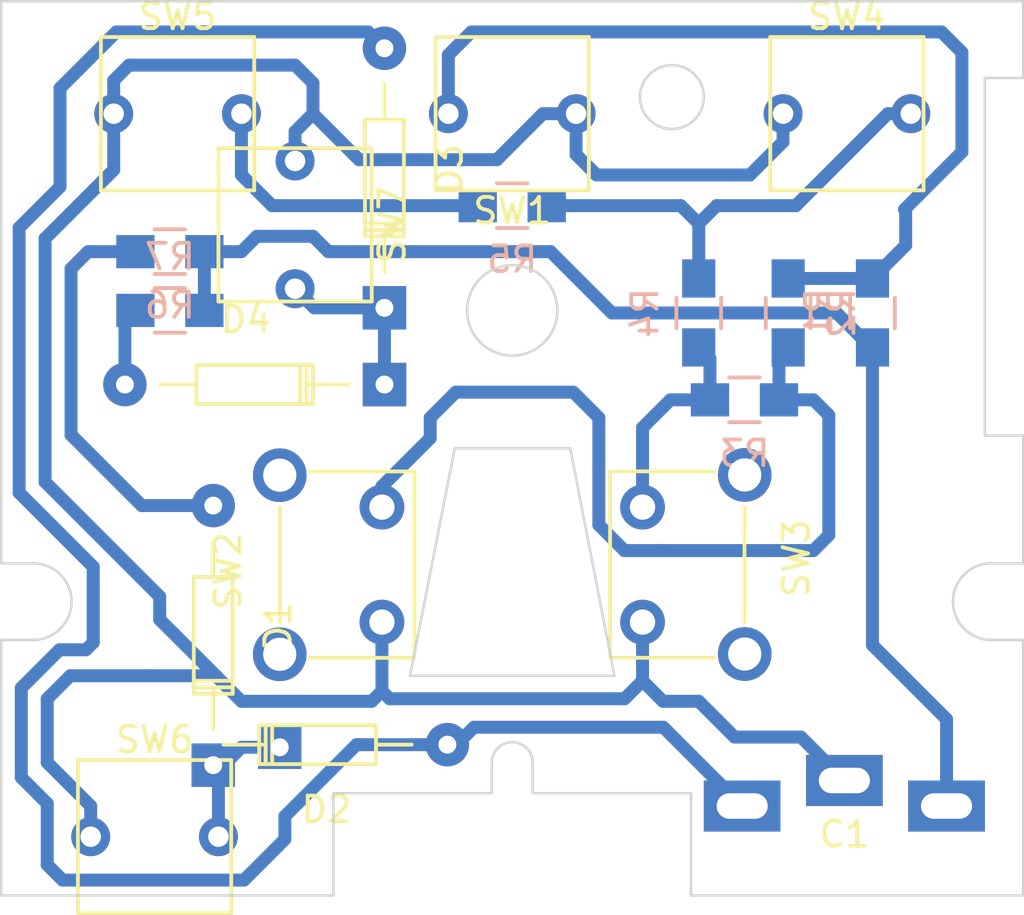
<source format=kicad_pcb>
(kicad_pcb (version 4) (host pcbnew 4.0.4-stable)

  (general
    (links 27)
    (no_connects 0)
    (area 157.547709 85.517 197.660001 123.983)
    (thickness 1.6)
    (drawings 33)
    (tracks 145)
    (zones 0)
    (modules 19)
    (nets 13)
  )

  (page A4)
  (layers
    (0 F.Cu signal)
    (31 B.Cu signal)
    (38 B.Mask user)
    (39 F.Mask user)
    (44 Edge.Cuts user)
  )

  (setup
    (last_trace_width 0.508)
    (user_trace_width 0.508)
    (trace_clearance 0.508)
    (zone_clearance 0.508)
    (zone_45_only no)
    (trace_min 0.254)
    (segment_width 0.2)
    (edge_width 0.1)
    (via_size 1.5)
    (via_drill 0.8)
    (via_min_size 1.5)
    (via_min_drill 0.8)
    (uvia_size 0.3)
    (uvia_drill 0.1)
    (uvias_allowed no)
    (uvia_min_size 0)
    (uvia_min_drill 0)
    (pcb_text_width 0.3)
    (pcb_text_size 1.5 1.5)
    (mod_edge_width 0.15)
    (mod_text_size 1 1)
    (mod_text_width 0.15)
    (pad_size 1.75 1.75)
    (pad_drill 0.99)
    (pad_to_mask_clearance 0)
    (aux_axis_origin 157.61 86.2)
    (visible_elements FFFFFF7F)
    (pcbplotparams
      (layerselection 0x01000_80000001)
      (usegerberextensions true)
      (usegerberattributes true)
      (excludeedgelayer true)
      (linewidth 0.100000)
      (plotframeref false)
      (viasonmask false)
      (mode 1)
      (useauxorigin false)
      (hpglpennumber 1)
      (hpglpenspeed 20)
      (hpglpendiameter 15)
      (hpglpenoverlay 2)
      (psnegative false)
      (psa4output false)
      (plotreference false)
      (plotvalue false)
      (plotinvisibletext false)
      (padsonsilk false)
      (subtractmaskfromsilk true)
      (outputformat 1)
      (mirror false)
      (drillshape 0)
      (scaleselection 1)
      (outputdirectory Gerbers3/))
  )

  (net 0 "")
  (net 1 "Net-(C1-Pad1)")
  (net 2 "Net-(C1-Pad3)")
  (net 3 "Net-(C1-Pad2)")
  (net 4 "Net-(D1-Pad1)")
  (net 5 "Net-(R1-Pad1)")
  (net 6 "Net-(R2-Pad1)")
  (net 7 "Net-(R3-Pad1)")
  (net 8 "Net-(R4-Pad1)")
  (net 9 "Net-(D1-Pad2)")
  (net 10 "Net-(D3-Pad1)")
  (net 11 "Net-(D4-Pad2)")
  (net 12 "Net-(R5-Pad1)")

  (net_class Default "This is the default net class."
    (clearance 0.508)
    (trace_width 0.508)
    (via_dia 1.5)
    (via_drill 0.8)
    (uvia_dia 0.3)
    (uvia_drill 0.1)
    (add_net "Net-(C1-Pad2)")
    (add_net "Net-(C1-Pad3)")
    (add_net "Net-(D1-Pad1)")
    (add_net "Net-(D1-Pad2)")
    (add_net "Net-(D3-Pad1)")
    (add_net "Net-(D4-Pad2)")
    (add_net "Net-(R1-Pad1)")
    (add_net "Net-(R2-Pad1)")
    (add_net "Net-(R3-Pad1)")
    (add_net "Net-(R4-Pad1)")
    (add_net "Net-(R5-Pad1)")
  )

  (net_class mio ""
    (clearance 0)
    (trace_width 0.508)
    (via_dia 1.5)
    (via_drill 0.8)
    (uvia_dia 0.3)
    (uvia_drill 0.1)
    (add_net "Net-(C1-Pad1)")
  )

  (module Diodes_ThroughHole:Diode_DO-35_SOD27_Horizontal_RM10 (layer F.Cu) (tedit 57F90B6A) (tstamp 57B84F91)
    (at 164.91 115.3)
    (descr "Diode, DO-35,  SOD27, Horizontal, RM 10mm")
    (tags "Diode, DO-35, SOD27, Horizontal, RM 10mm, 1N4148,")
    (path /57A74BED)
    (fp_text reference D2 (at 5.43052 2.53746) (layer F.SilkS)
      (effects (font (size 1 1) (thickness 0.15)))
    )
    (fp_text value 1N5818 (at 4.41452 -3.55854) (layer F.Fab)
      (effects (font (size 1 1) (thickness 0.15)))
    )
    (fp_line (start 7.36652 -0.00254) (end 8.76352 -0.00254) (layer F.SilkS) (width 0.15))
    (fp_line (start 2.92152 -0.00254) (end 1.39752 -0.00254) (layer F.SilkS) (width 0.15))
    (fp_line (start 3.30252 -0.76454) (end 3.30252 0.75946) (layer F.SilkS) (width 0.15))
    (fp_line (start 3.04852 -0.76454) (end 3.04852 0.75946) (layer F.SilkS) (width 0.15))
    (fp_line (start 2.79452 -0.00254) (end 2.79452 0.75946) (layer F.SilkS) (width 0.15))
    (fp_line (start 2.79452 0.75946) (end 7.36652 0.75946) (layer F.SilkS) (width 0.15))
    (fp_line (start 7.36652 0.75946) (end 7.36652 -0.76454) (layer F.SilkS) (width 0.15))
    (fp_line (start 7.36652 -0.76454) (end 2.79452 -0.76454) (layer F.SilkS) (width 0.15))
    (fp_line (start 2.79452 -0.76454) (end 2.79452 -0.00254) (layer F.SilkS) (width 0.15))
    (pad 2 thru_hole circle (at 10.16052 -0.00254 180) (size 1.69926 1.69926) (drill 0.70104) (layers *.Cu *.Mask)
      (net 2 "Net-(C1-Pad3)"))
    (pad 1 thru_hole rect (at 3.6 0.1 180) (size 1.69926 1.69926) (drill 0.70104) (layers *.Cu *.Mask)
      (net 4 "Net-(D1-Pad1)"))
    (model Diodes_ThroughHole.3dshapes/Diode_DO-35_SOD27_Horizontal_RM10.wrl
      (at (xyz 0.2 0 0))
      (scale (xyz 0.4 0.4 0.4))
      (rotate (xyz 0 0 180))
    )
  )

  (module MiLib:FordConn locked (layer F.Cu) (tedit 57B62B50) (tstamp 57B84F73)
    (at 190.61 116.7)
    (path /57B65928)
    (fp_text reference C1 (at 0 2.1) (layer F.SilkS)
      (effects (font (size 1 1) (thickness 0.15)))
    )
    (fp_text value FordConn (at 0 -1.9) (layer F.Fab)
      (effects (font (size 1 1) (thickness 0.15)))
    )
    (pad 1 thru_hole rect (at 4 1) (size 3 2) (drill oval 2 1) (layers *.Cu *.Mask)
      (net 1 "Net-(C1-Pad1)"))
    (pad 3 thru_hole rect (at -4 1) (size 3 2) (drill oval 2 1) (layers *.Cu *.Mask)
      (net 2 "Net-(C1-Pad3)"))
    (pad 2 thru_hole rect (at 0 0) (size 3 2) (drill oval 2 1) (layers *.Cu *.Mask)
      (net 3 "Net-(C1-Pad2)"))
  )

  (module Diodes_ThroughHole:Diode_DO-35_SOD27_Horizontal_RM10 (layer F.Cu) (tedit 57B9DED2) (tstamp 57B84F82)
    (at 165.91 116.1 90)
    (descr "Diode, DO-35,  SOD27, Horizontal, RM 10mm")
    (tags "Diode, DO-35, SOD27, Horizontal, RM 10mm, 1N4148,")
    (path /57A75140)
    (fp_text reference D1 (at 5.43052 2.53746 90) (layer F.SilkS)
      (effects (font (size 1 1) (thickness 0.15)))
    )
    (fp_text value 1N5818 (at 4.3 -0.1 90) (layer F.Fab)
      (effects (font (size 1 1) (thickness 0.15)))
    )
    (fp_line (start 7.36652 -0.00254) (end 8.76352 -0.00254) (layer F.SilkS) (width 0.15))
    (fp_line (start 2.92152 -0.00254) (end 1.39752 -0.00254) (layer F.SilkS) (width 0.15))
    (fp_line (start 3.30252 -0.76454) (end 3.30252 0.75946) (layer F.SilkS) (width 0.15))
    (fp_line (start 3.04852 -0.76454) (end 3.04852 0.75946) (layer F.SilkS) (width 0.15))
    (fp_line (start 2.79452 -0.00254) (end 2.79452 0.75946) (layer F.SilkS) (width 0.15))
    (fp_line (start 2.79452 0.75946) (end 7.36652 0.75946) (layer F.SilkS) (width 0.15))
    (fp_line (start 7.36652 0.75946) (end 7.36652 -0.76454) (layer F.SilkS) (width 0.15))
    (fp_line (start 7.36652 -0.76454) (end 2.79452 -0.76454) (layer F.SilkS) (width 0.15))
    (fp_line (start 2.79452 -0.76454) (end 2.79452 -0.00254) (layer F.SilkS) (width 0.15))
    (pad 2 thru_hole circle (at 10.16052 -0.00254 270) (size 1.69926 1.69926) (drill 0.70104) (layers *.Cu *.Mask)
      (net 9 "Net-(D1-Pad2)"))
    (pad 1 thru_hole rect (at 0.00052 -0.00254 270) (size 1.69926 1.69926) (drill 0.70104) (layers *.Cu *.Mask)
      (net 4 "Net-(D1-Pad1)"))
    (model Diodes_ThroughHole.3dshapes/Diode_DO-35_SOD27_Horizontal_RM10.wrl
      (at (xyz 0.2 0 0))
      (scale (xyz 0.4 0.4 0.4))
      (rotate (xyz 0 0 180))
    )
  )

  (module Diodes_ThroughHole:Diode_DO-35_SOD27_Horizontal_RM10 (layer F.Cu) (tedit 552FFC30) (tstamp 57B84FA0)
    (at 172.61 98.2 90)
    (descr "Diode, DO-35,  SOD27, Horizontal, RM 10mm")
    (tags "Diode, DO-35, SOD27, Horizontal, RM 10mm, 1N4148,")
    (path /57B884F2)
    (fp_text reference D3 (at 5.43052 2.53746 90) (layer F.SilkS)
      (effects (font (size 1 1) (thickness 0.15)))
    )
    (fp_text value 1N5818 (at 4.41452 -3.55854 90) (layer F.Fab)
      (effects (font (size 1 1) (thickness 0.15)))
    )
    (fp_line (start 7.36652 -0.00254) (end 8.76352 -0.00254) (layer F.SilkS) (width 0.15))
    (fp_line (start 2.92152 -0.00254) (end 1.39752 -0.00254) (layer F.SilkS) (width 0.15))
    (fp_line (start 3.30252 -0.76454) (end 3.30252 0.75946) (layer F.SilkS) (width 0.15))
    (fp_line (start 3.04852 -0.76454) (end 3.04852 0.75946) (layer F.SilkS) (width 0.15))
    (fp_line (start 2.79452 -0.00254) (end 2.79452 0.75946) (layer F.SilkS) (width 0.15))
    (fp_line (start 2.79452 0.75946) (end 7.36652 0.75946) (layer F.SilkS) (width 0.15))
    (fp_line (start 7.36652 0.75946) (end 7.36652 -0.76454) (layer F.SilkS) (width 0.15))
    (fp_line (start 7.36652 -0.76454) (end 2.79452 -0.76454) (layer F.SilkS) (width 0.15))
    (fp_line (start 2.79452 -0.76454) (end 2.79452 -0.00254) (layer F.SilkS) (width 0.15))
    (pad 2 thru_hole circle (at 10.16052 -0.00254 270) (size 1.69926 1.69926) (drill 0.70104) (layers *.Cu *.Mask)
      (net 2 "Net-(C1-Pad3)"))
    (pad 1 thru_hole rect (at 0.00052 -0.00254 270) (size 1.69926 1.69926) (drill 0.70104) (layers *.Cu *.Mask)
      (net 10 "Net-(D3-Pad1)"))
    (model Diodes_ThroughHole.3dshapes/Diode_DO-35_SOD27_Horizontal_RM10.wrl
      (at (xyz 0.2 0 0))
      (scale (xyz 0.4 0.4 0.4))
      (rotate (xyz 0 0 180))
    )
  )

  (module Diodes_ThroughHole:Diode_DO-35_SOD27_Horizontal_RM10 (layer F.Cu) (tedit 552FFC30) (tstamp 57B84FAF)
    (at 172.61 101.2 180)
    (descr "Diode, DO-35,  SOD27, Horizontal, RM 10mm")
    (tags "Diode, DO-35, SOD27, Horizontal, RM 10mm, 1N4148,")
    (path /57B7D58F)
    (fp_text reference D4 (at 5.43052 2.53746 180) (layer F.SilkS)
      (effects (font (size 1 1) (thickness 0.15)))
    )
    (fp_text value 1N5818 (at 4.41452 -3.55854 180) (layer F.Fab)
      (effects (font (size 1 1) (thickness 0.15)))
    )
    (fp_line (start 7.36652 -0.00254) (end 8.76352 -0.00254) (layer F.SilkS) (width 0.15))
    (fp_line (start 2.92152 -0.00254) (end 1.39752 -0.00254) (layer F.SilkS) (width 0.15))
    (fp_line (start 3.30252 -0.76454) (end 3.30252 0.75946) (layer F.SilkS) (width 0.15))
    (fp_line (start 3.04852 -0.76454) (end 3.04852 0.75946) (layer F.SilkS) (width 0.15))
    (fp_line (start 2.79452 -0.00254) (end 2.79452 0.75946) (layer F.SilkS) (width 0.15))
    (fp_line (start 2.79452 0.75946) (end 7.36652 0.75946) (layer F.SilkS) (width 0.15))
    (fp_line (start 7.36652 0.75946) (end 7.36652 -0.76454) (layer F.SilkS) (width 0.15))
    (fp_line (start 7.36652 -0.76454) (end 2.79452 -0.76454) (layer F.SilkS) (width 0.15))
    (fp_line (start 2.79452 -0.76454) (end 2.79452 -0.00254) (layer F.SilkS) (width 0.15))
    (pad 2 thru_hole circle (at 10.16052 -0.00254) (size 1.69926 1.69926) (drill 0.70104) (layers *.Cu *.Mask)
      (net 11 "Net-(D4-Pad2)"))
    (pad 1 thru_hole rect (at 0.00052 -0.00254) (size 1.69926 1.69926) (drill 0.70104) (layers *.Cu *.Mask)
      (net 10 "Net-(D3-Pad1)"))
    (model Diodes_ThroughHole.3dshapes/Diode_DO-35_SOD27_Horizontal_RM10.wrl
      (at (xyz 0.2 0 0))
      (scale (xyz 0.4 0.4 0.4))
      (rotate (xyz 0 0 180))
    )
  )

  (module Resistors_SMD:R_0805_HandSoldering (layer B.Cu) (tedit 54189DEE) (tstamp 57B84FBB)
    (at 191.71 98.4 270)
    (descr "Resistor SMD 0805, hand soldering")
    (tags "resistor 0805")
    (path /57A73D41)
    (attr smd)
    (fp_text reference R1 (at 0 2.1 270) (layer B.SilkS)
      (effects (font (size 1 1) (thickness 0.15)) (justify mirror))
    )
    (fp_text value R (at 0 -2.1 270) (layer B.Fab)
      (effects (font (size 1 1) (thickness 0.15)) (justify mirror))
    )
    (fp_line (start -2.4 1) (end 2.4 1) (layer B.CrtYd) (width 0.05))
    (fp_line (start -2.4 -1) (end 2.4 -1) (layer B.CrtYd) (width 0.05))
    (fp_line (start -2.4 1) (end -2.4 -1) (layer B.CrtYd) (width 0.05))
    (fp_line (start 2.4 1) (end 2.4 -1) (layer B.CrtYd) (width 0.05))
    (fp_line (start 0.6 -0.875) (end -0.6 -0.875) (layer B.SilkS) (width 0.15))
    (fp_line (start -0.6 0.875) (end 0.6 0.875) (layer B.SilkS) (width 0.15))
    (pad 1 smd rect (at -1.35 0 270) (size 1.5 1.3) (layers B.Cu B.Mask)
      (net 5 "Net-(R1-Pad1)"))
    (pad 2 smd rect (at 1.35 0 270) (size 1.5 1.3) (layers B.Cu B.Mask)
      (net 1 "Net-(C1-Pad1)"))
    (model Resistors_SMD.3dshapes/R_0805_HandSoldering.wrl
      (at (xyz 0 0 0))
      (scale (xyz 1 1 1))
      (rotate (xyz 0 0 0))
    )
  )

  (module Resistors_SMD:R_0805_HandSoldering (layer B.Cu) (tedit 54189DEE) (tstamp 57B84FC7)
    (at 188.41 98.4 90)
    (descr "Resistor SMD 0805, hand soldering")
    (tags "resistor 0805")
    (path /57A7401B)
    (attr smd)
    (fp_text reference R2 (at 0 2.1 90) (layer B.SilkS)
      (effects (font (size 1 1) (thickness 0.15)) (justify mirror))
    )
    (fp_text value R (at 0 -2.1 90) (layer B.Fab)
      (effects (font (size 1 1) (thickness 0.15)) (justify mirror))
    )
    (fp_line (start -2.4 1) (end 2.4 1) (layer B.CrtYd) (width 0.05))
    (fp_line (start -2.4 -1) (end 2.4 -1) (layer B.CrtYd) (width 0.05))
    (fp_line (start -2.4 1) (end -2.4 -1) (layer B.CrtYd) (width 0.05))
    (fp_line (start 2.4 1) (end 2.4 -1) (layer B.CrtYd) (width 0.05))
    (fp_line (start 0.6 -0.875) (end -0.6 -0.875) (layer B.SilkS) (width 0.15))
    (fp_line (start -0.6 0.875) (end 0.6 0.875) (layer B.SilkS) (width 0.15))
    (pad 1 smd rect (at -1.35 0 90) (size 1.5 1.3) (layers B.Cu B.Mask)
      (net 6 "Net-(R2-Pad1)"))
    (pad 2 smd rect (at 1.35 0 90) (size 1.5 1.3) (layers B.Cu B.Mask)
      (net 5 "Net-(R1-Pad1)"))
    (model Resistors_SMD.3dshapes/R_0805_HandSoldering.wrl
      (at (xyz 0 0 0))
      (scale (xyz 1 1 1))
      (rotate (xyz 0 0 0))
    )
  )

  (module Resistors_SMD:R_0805_HandSoldering (layer B.Cu) (tedit 54189DEE) (tstamp 57B84FD3)
    (at 186.7 101.8)
    (descr "Resistor SMD 0805, hand soldering")
    (tags "resistor 0805")
    (path /57A74021)
    (attr smd)
    (fp_text reference R3 (at 0 2.1) (layer B.SilkS)
      (effects (font (size 1 1) (thickness 0.15)) (justify mirror))
    )
    (fp_text value R (at 0 -2.1) (layer B.Fab)
      (effects (font (size 1 1) (thickness 0.15)) (justify mirror))
    )
    (fp_line (start -2.4 1) (end 2.4 1) (layer B.CrtYd) (width 0.05))
    (fp_line (start -2.4 -1) (end 2.4 -1) (layer B.CrtYd) (width 0.05))
    (fp_line (start -2.4 1) (end -2.4 -1) (layer B.CrtYd) (width 0.05))
    (fp_line (start 2.4 1) (end 2.4 -1) (layer B.CrtYd) (width 0.05))
    (fp_line (start 0.6 -0.875) (end -0.6 -0.875) (layer B.SilkS) (width 0.15))
    (fp_line (start -0.6 0.875) (end 0.6 0.875) (layer B.SilkS) (width 0.15))
    (pad 1 smd rect (at -1.35 0) (size 1.5 1.3) (layers B.Cu B.Mask)
      (net 7 "Net-(R3-Pad1)"))
    (pad 2 smd rect (at 1.35 0) (size 1.5 1.3) (layers B.Cu B.Mask)
      (net 6 "Net-(R2-Pad1)"))
    (model Resistors_SMD.3dshapes/R_0805_HandSoldering.wrl
      (at (xyz 0 0 0))
      (scale (xyz 1 1 1))
      (rotate (xyz 0 0 0))
    )
  )

  (module Resistors_SMD:R_0805_HandSoldering (layer B.Cu) (tedit 54189DEE) (tstamp 57B84FDF)
    (at 184.91 98.4 270)
    (descr "Resistor SMD 0805, hand soldering")
    (tags "resistor 0805")
    (path /57A741B3)
    (attr smd)
    (fp_text reference R4 (at 0 2.1 270) (layer B.SilkS)
      (effects (font (size 1 1) (thickness 0.15)) (justify mirror))
    )
    (fp_text value R (at 0 -2.1 270) (layer B.Fab)
      (effects (font (size 1 1) (thickness 0.15)) (justify mirror))
    )
    (fp_line (start -2.4 1) (end 2.4 1) (layer B.CrtYd) (width 0.05))
    (fp_line (start -2.4 -1) (end 2.4 -1) (layer B.CrtYd) (width 0.05))
    (fp_line (start -2.4 1) (end -2.4 -1) (layer B.CrtYd) (width 0.05))
    (fp_line (start 2.4 1) (end 2.4 -1) (layer B.CrtYd) (width 0.05))
    (fp_line (start 0.6 -0.875) (end -0.6 -0.875) (layer B.SilkS) (width 0.15))
    (fp_line (start -0.6 0.875) (end 0.6 0.875) (layer B.SilkS) (width 0.15))
    (pad 1 smd rect (at -1.35 0 270) (size 1.5 1.3) (layers B.Cu B.Mask)
      (net 8 "Net-(R4-Pad1)"))
    (pad 2 smd rect (at 1.35 0 270) (size 1.5 1.3) (layers B.Cu B.Mask)
      (net 7 "Net-(R3-Pad1)"))
    (model Resistors_SMD.3dshapes/R_0805_HandSoldering.wrl
      (at (xyz 0 0 0))
      (scale (xyz 1 1 1))
      (rotate (xyz 0 0 0))
    )
  )

  (module Resistors_SMD:R_0805_HandSoldering (layer B.Cu) (tedit 54189DEE) (tstamp 57B84FEB)
    (at 177.61 94.2)
    (descr "Resistor SMD 0805, hand soldering")
    (tags "resistor 0805")
    (path /57A741B9)
    (attr smd)
    (fp_text reference R5 (at 0 2.1) (layer B.SilkS)
      (effects (font (size 1 1) (thickness 0.15)) (justify mirror))
    )
    (fp_text value R (at 0 -2.1) (layer B.Fab)
      (effects (font (size 1 1) (thickness 0.15)) (justify mirror))
    )
    (fp_line (start -2.4 1) (end 2.4 1) (layer B.CrtYd) (width 0.05))
    (fp_line (start -2.4 -1) (end 2.4 -1) (layer B.CrtYd) (width 0.05))
    (fp_line (start -2.4 1) (end -2.4 -1) (layer B.CrtYd) (width 0.05))
    (fp_line (start 2.4 1) (end 2.4 -1) (layer B.CrtYd) (width 0.05))
    (fp_line (start 0.6 -0.875) (end -0.6 -0.875) (layer B.SilkS) (width 0.15))
    (fp_line (start -0.6 0.875) (end 0.6 0.875) (layer B.SilkS) (width 0.15))
    (pad 1 smd rect (at -1.35 0) (size 1.5 1.3) (layers B.Cu B.Mask)
      (net 12 "Net-(R5-Pad1)"))
    (pad 2 smd rect (at 1.35 0) (size 1.5 1.3) (layers B.Cu B.Mask)
      (net 8 "Net-(R4-Pad1)"))
    (model Resistors_SMD.3dshapes/R_0805_HandSoldering.wrl
      (at (xyz 0 0 0))
      (scale (xyz 1 1 1))
      (rotate (xyz 0 0 0))
    )
  )

  (module Resistors_SMD:R_0805_HandSoldering (layer B.Cu) (tedit 54189DEE) (tstamp 57B84FF7)
    (at 164.21 96)
    (descr "Resistor SMD 0805, hand soldering")
    (tags "resistor 0805")
    (path /57A738CB)
    (attr smd)
    (fp_text reference R6 (at 0 2.1) (layer B.SilkS)
      (effects (font (size 1 1) (thickness 0.15)) (justify mirror))
    )
    (fp_text value R (at 0 -2.1) (layer B.Fab)
      (effects (font (size 1 1) (thickness 0.15)) (justify mirror))
    )
    (fp_line (start -2.4 1) (end 2.4 1) (layer B.CrtYd) (width 0.05))
    (fp_line (start -2.4 -1) (end 2.4 -1) (layer B.CrtYd) (width 0.05))
    (fp_line (start -2.4 1) (end -2.4 -1) (layer B.CrtYd) (width 0.05))
    (fp_line (start 2.4 1) (end 2.4 -1) (layer B.CrtYd) (width 0.05))
    (fp_line (start 0.6 -0.875) (end -0.6 -0.875) (layer B.SilkS) (width 0.15))
    (fp_line (start -0.6 0.875) (end 0.6 0.875) (layer B.SilkS) (width 0.15))
    (pad 1 smd rect (at -1.35 0) (size 1.5 1.3) (layers B.Cu B.Mask)
      (net 9 "Net-(D1-Pad2)"))
    (pad 2 smd rect (at 1.35 0) (size 1.5 1.3) (layers B.Cu B.Mask)
      (net 1 "Net-(C1-Pad1)"))
    (model Resistors_SMD.3dshapes/R_0805_HandSoldering.wrl
      (at (xyz 0 0 0))
      (scale (xyz 1 1 1))
      (rotate (xyz 0 0 0))
    )
  )

  (module Resistors_SMD:R_0805_HandSoldering (layer B.Cu) (tedit 54189DEE) (tstamp 57B85003)
    (at 164.21 98.3 180)
    (descr "Resistor SMD 0805, hand soldering")
    (tags "resistor 0805")
    (path /57B770CF)
    (attr smd)
    (fp_text reference R7 (at 0 2.1 180) (layer B.SilkS)
      (effects (font (size 1 1) (thickness 0.15)) (justify mirror))
    )
    (fp_text value R (at 0 -2.1 180) (layer B.Fab)
      (effects (font (size 1 1) (thickness 0.15)) (justify mirror))
    )
    (fp_line (start -2.4 1) (end 2.4 1) (layer B.CrtYd) (width 0.05))
    (fp_line (start -2.4 -1) (end 2.4 -1) (layer B.CrtYd) (width 0.05))
    (fp_line (start -2.4 1) (end -2.4 -1) (layer B.CrtYd) (width 0.05))
    (fp_line (start 2.4 1) (end 2.4 -1) (layer B.CrtYd) (width 0.05))
    (fp_line (start 0.6 -0.875) (end -0.6 -0.875) (layer B.SilkS) (width 0.15))
    (fp_line (start -0.6 0.875) (end 0.6 0.875) (layer B.SilkS) (width 0.15))
    (pad 1 smd rect (at -1.35 0 180) (size 1.5 1.3) (layers B.Cu B.Mask)
      (net 1 "Net-(C1-Pad1)"))
    (pad 2 smd rect (at 1.35 0 180) (size 1.5 1.3) (layers B.Cu B.Mask)
      (net 11 "Net-(D4-Pad2)"))
    (model Resistors_SMD.3dshapes/R_0805_HandSoldering.wrl
      (at (xyz 0 0 0))
      (scale (xyz 1 1 1))
      (rotate (xyz 0 0 0))
    )
  )

  (module MiLib:FordPushSW locked (layer F.Cu) (tedit 57B74917) (tstamp 57B8500D)
    (at 177.61 90.6)
    (path /57B753CE)
    (fp_text reference SW1 (at 0 3.8) (layer F.SilkS)
      (effects (font (size 1 1) (thickness 0.15)))
    )
    (fp_text value Mode (at 0 -3.7) (layer F.Fab)
      (effects (font (size 1 1) (thickness 0.15)))
    )
    (fp_line (start -3 3) (end -3 -3) (layer F.SilkS) (width 0.15))
    (fp_line (start 3 3) (end -3 3) (layer F.SilkS) (width 0.15))
    (fp_line (start 3 -3) (end 3 3) (layer F.SilkS) (width 0.15))
    (fp_line (start -3 -3) (end 3 -3) (layer F.SilkS) (width 0.15))
    (pad 1 thru_hole circle (at -2.5 0) (size 1.524 1.524) (drill 0.8) (layers *.Cu *.Mask)
      (net 5 "Net-(R1-Pad1)"))
    (pad 2 thru_hole circle (at 2.5 0) (size 1.524 1.524) (drill 0.8) (layers *.Cu *.Mask)
      (net 3 "Net-(C1-Pad2)"))
  )

  (module MiLib:FordPushSW locked (layer F.Cu) (tedit 57B74917) (tstamp 57B85037)
    (at 190.71 90.6 180)
    (path /57B75426)
    (fp_text reference SW4 (at 0 3.8 180) (layer F.SilkS)
      (effects (font (size 1 1) (thickness 0.15)))
    )
    (fp_text value VolUp (at 0 -3.7 180) (layer F.Fab)
      (effects (font (size 1 1) (thickness 0.15)))
    )
    (fp_line (start -3 3) (end -3 -3) (layer F.SilkS) (width 0.15))
    (fp_line (start 3 3) (end -3 3) (layer F.SilkS) (width 0.15))
    (fp_line (start 3 -3) (end 3 3) (layer F.SilkS) (width 0.15))
    (fp_line (start -3 -3) (end 3 -3) (layer F.SilkS) (width 0.15))
    (pad 1 thru_hole circle (at -2.5 0 180) (size 1.524 1.524) (drill 0.8) (layers *.Cu *.Mask)
      (net 8 "Net-(R4-Pad1)"))
    (pad 2 thru_hole circle (at 2.5 0 180) (size 1.524 1.524) (drill 0.8) (layers *.Cu *.Mask)
      (net 3 "Net-(C1-Pad2)"))
  )

  (module MiLib:FordPushSW locked (layer F.Cu) (tedit 57B74917) (tstamp 57B85041)
    (at 164.51 90.6 180)
    (path /57B75305)
    (fp_text reference SW5 (at 0 3.8 180) (layer F.SilkS)
      (effects (font (size 1 1) (thickness 0.15)))
    )
    (fp_text value VolDown (at 0 -3.7 180) (layer F.Fab)
      (effects (font (size 1 1) (thickness 0.15)))
    )
    (fp_line (start -3 3) (end -3 -3) (layer F.SilkS) (width 0.15))
    (fp_line (start 3 3) (end -3 3) (layer F.SilkS) (width 0.15))
    (fp_line (start 3 -3) (end 3 3) (layer F.SilkS) (width 0.15))
    (fp_line (start -3 -3) (end 3 -3) (layer F.SilkS) (width 0.15))
    (pad 1 thru_hole circle (at -2.5 0 180) (size 1.524 1.524) (drill 0.8) (layers *.Cu *.Mask)
      (net 12 "Net-(R5-Pad1)"))
    (pad 2 thru_hole circle (at 2.5 0 180) (size 1.524 1.524) (drill 0.8) (layers *.Cu *.Mask)
      (net 3 "Net-(C1-Pad2)"))
  )

  (module MiLib:FordPushSW (layer F.Cu) (tedit 57B74917) (tstamp 57B8504B)
    (at 163.61 118.9 180)
    (path /57B754C9)
    (fp_text reference SW6 (at 0 3.8 180) (layer F.SilkS)
      (effects (font (size 1 1) (thickness 0.15)))
    )
    (fp_text value PhoneAnswer (at 0 -3.7 180) (layer F.Fab)
      (effects (font (size 1 1) (thickness 0.15)))
    )
    (fp_line (start -3 3) (end -3 -3) (layer F.SilkS) (width 0.15))
    (fp_line (start 3 3) (end -3 3) (layer F.SilkS) (width 0.15))
    (fp_line (start 3 -3) (end 3 3) (layer F.SilkS) (width 0.15))
    (fp_line (start -3 -3) (end 3 -3) (layer F.SilkS) (width 0.15))
    (pad 1 thru_hole circle (at -2.5 0 180) (size 1.524 1.524) (drill 0.8) (layers *.Cu *.Mask)
      (net 4 "Net-(D1-Pad1)"))
    (pad 2 thru_hole circle (at 2.5 0 180) (size 1.524 1.524) (drill 0.8) (layers *.Cu *.Mask)
      (net 3 "Net-(C1-Pad2)"))
  )

  (module MiLib:FordPushSW (layer F.Cu) (tedit 57B74917) (tstamp 57B85055)
    (at 169.11 94.95 90)
    (path /57B7720B)
    (fp_text reference SW7 (at 0 3.8 90) (layer F.SilkS)
      (effects (font (size 1 1) (thickness 0.15)))
    )
    (fp_text value PhoneHang (at 0 -3.7 90) (layer F.Fab)
      (effects (font (size 1 1) (thickness 0.15)))
    )
    (fp_line (start -3 3) (end -3 -3) (layer F.SilkS) (width 0.15))
    (fp_line (start 3 3) (end -3 3) (layer F.SilkS) (width 0.15))
    (fp_line (start 3 -3) (end 3 3) (layer F.SilkS) (width 0.15))
    (fp_line (start -3 -3) (end 3 -3) (layer F.SilkS) (width 0.15))
    (pad 1 thru_hole circle (at -2.5 0 90) (size 1.524 1.524) (drill 0.8) (layers *.Cu *.Mask)
      (net 10 "Net-(D3-Pad1)"))
    (pad 2 thru_hole circle (at 2.5 0 90) (size 1.524 1.524) (drill 0.8) (layers *.Cu *.Mask)
      (net 3 "Net-(C1-Pad2)"))
  )

  (module MiLib:FordVerticalSW (layer F.Cu) (tedit 57F91138) (tstamp 57E6FD73)
    (at 172.51 106 270)
    (descr "tactile switch SPST right angle, 1825027-2")
    (tags "tactile switch SPST angled 1825027-2")
    (path /57A7523D)
    (fp_text reference SW2 (at 2.5 6.02 270) (layer F.SilkS)
      (effects (font (size 1 1) (thickness 0.15)))
    )
    (fp_text value TrackUp (at 1.9685 -2.3495 270) (layer F.Fab)
      (effects (font (size 1 1) (thickness 0.15)))
    )
    (fp_line (start -2.5 -1.5) (end 7.05 -1.5) (layer F.CrtYd) (width 0.05))
    (fp_line (start 7.05 -1.5) (end 7.05 5.25) (layer F.CrtYd) (width 0.05))
    (fp_line (start 7.05 5.25) (end -2.5 5.25) (layer F.CrtYd) (width 0.05))
    (fp_line (start -2.5 5.25) (end -2.5 -1.5) (layer F.CrtYd) (width 0.05))
    (fp_line (start -1.397 -1.27) (end 5.9 -1.27) (layer F.SilkS) (width 0.15))
    (fp_line (start 5.9 -1.27) (end 5.9 2.83) (layer F.SilkS) (width 0.15))
    (fp_line (start 0 3.99) (end 4.5 3.99) (layer F.SilkS) (width 0.15))
    (fp_line (start -1.397 -1.27) (end -1.397 2.83) (layer F.SilkS) (width 0.15))
    (pad "" thru_hole circle (at 5.76 4 270) (size 2.1 2.1) (drill 1.3) (layers *.Cu *.Mask))
    (pad 2 thru_hole circle (at 4.5 0 270) (size 1.75 1.75) (drill 0.99) (layers *.Cu *.Mask)
      (net 3 "Net-(C1-Pad2)"))
    (pad 1 thru_hole circle (at 0 0 270) (size 1.75 1.75) (drill 0.99) (layers *.Cu *.Mask)
      (net 6 "Net-(R2-Pad1)"))
    (pad "" thru_hole circle (at -1.25 4 270) (size 2.1 2.1) (drill 1.3) (layers *.Cu *.Mask))
    (model Buttons_Switches_ThroughHole.3dshapes/SW_Tactile_SPST_Angled.wrl
      (at (xyz 0.09 0.1 0.1575))
      (scale (xyz 0.39 0.39 0.39))
      (rotate (xyz -90 0 180))
    )
  )

  (module MiLib:FordVerticalSW (layer F.Cu) (tedit 57E6FB03) (tstamp 57E6FD82)
    (at 182.71 110.5 90)
    (descr "tactile switch SPST right angle, 1825027-2")
    (tags "tactile switch SPST angled 1825027-2")
    (path /57A75475)
    (fp_text reference SW3 (at 2.5 6.02 90) (layer F.SilkS)
      (effects (font (size 1 1) (thickness 0.15)))
    )
    (fp_text value TrackDown (at 1.9685 -2.3495 90) (layer F.Fab)
      (effects (font (size 1 1) (thickness 0.15)))
    )
    (fp_line (start -2.5 -1.5) (end 7.05 -1.5) (layer F.CrtYd) (width 0.05))
    (fp_line (start 7.05 -1.5) (end 7.05 5.25) (layer F.CrtYd) (width 0.05))
    (fp_line (start 7.05 5.25) (end -2.5 5.25) (layer F.CrtYd) (width 0.05))
    (fp_line (start -2.5 5.25) (end -2.5 -1.5) (layer F.CrtYd) (width 0.05))
    (fp_line (start -1.397 -1.27) (end 5.9 -1.27) (layer F.SilkS) (width 0.15))
    (fp_line (start 5.9 -1.27) (end 5.9 2.83) (layer F.SilkS) (width 0.15))
    (fp_line (start 0 3.99) (end 4.5 3.99) (layer F.SilkS) (width 0.15))
    (fp_line (start -1.397 -1.27) (end -1.397 2.83) (layer F.SilkS) (width 0.15))
    (pad "" thru_hole circle (at 5.76 4 90) (size 2.1 2.1) (drill 1.3) (layers *.Cu *.Mask))
    (pad 2 thru_hole circle (at 4.5 0 90) (size 1.75 1.75) (drill 0.99) (layers *.Cu *.Mask)
      (net 7 "Net-(R3-Pad1)"))
    (pad 1 thru_hole circle (at 0 0 90) (size 1.75 1.75) (drill 0.99) (layers *.Cu *.Mask)
      (net 3 "Net-(C1-Pad2)"))
    (pad "" thru_hole circle (at -1.25 4 90) (size 2.1 2.1) (drill 1.3) (layers *.Cu *.Mask))
    (model Buttons_Switches_ThroughHole.3dshapes/SW_Tactile_SPST_Angled.wrl
      (at (xyz 0.09 0.1 0.1575))
      (scale (xyz 0.39 0.39 0.39))
      (rotate (xyz -90 0 180))
    )
  )

  (gr_line (start 196.36 111.2) (end 197.61 111.2) (angle 90) (layer Edge.Cuts) (width 0.1))
  (gr_line (start 196.36 108.2) (end 197.61 108.2) (angle 90) (layer Edge.Cuts) (width 0.1))
  (gr_arc (start 196.36 109.7) (end 194.86 109.7) (angle 90) (layer Edge.Cuts) (width 0.1))
  (gr_arc (start 196.36 109.7) (end 196.36 111.2) (angle 90) (layer Edge.Cuts) (width 0.1))
  (gr_line (start 157.61 108.2) (end 158.86 108.2) (angle 90) (layer Edge.Cuts) (width 0.1))
  (gr_line (start 157.61 111.2) (end 158.86 111.2) (angle 90) (layer Edge.Cuts) (width 0.1))
  (gr_arc (start 158.86 109.7) (end 160.36 109.7) (angle 90) (layer Edge.Cuts) (width 0.1))
  (gr_arc (start 158.86 109.7) (end 158.86 108.2) (angle 90) (layer Edge.Cuts) (width 0.1))
  (gr_line (start 178.41 117.2) (end 178.41 116) (angle 90) (layer Edge.Cuts) (width 0.1))
  (gr_line (start 176.81 116) (end 176.81 117.2) (angle 90) (layer Edge.Cuts) (width 0.1))
  (gr_arc (start 177.61 116) (end 177.61 115.2) (angle 90) (layer Edge.Cuts) (width 0.1))
  (gr_arc (start 177.61 116) (end 176.81 116) (angle 90) (layer Edge.Cuts) (width 0.1))
  (gr_circle (center 177.61 98.3) (end 178.86 99.55) (layer Edge.Cuts) (width 0.1))
  (gr_line (start 157.61 108.2) (end 157.61 86.2) (angle 90) (layer Edge.Cuts) (width 0.1))
  (gr_line (start 157.61 121.2) (end 157.61 111.2) (angle 90) (layer Edge.Cuts) (width 0.1))
  (gr_line (start 197.61 108.2) (end 197.61 103.2) (angle 90) (layer Edge.Cuts) (width 0.1))
  (gr_line (start 197.61 121.2) (end 197.61 111.2) (angle 90) (layer Edge.Cuts) (width 0.1))
  (gr_line (start 173.61 112.6) (end 175.36 103.7) (angle 90) (layer Edge.Cuts) (width 0.1))
  (gr_line (start 179.88 103.7) (end 181.61 112.6) (angle 90) (layer Edge.Cuts) (width 0.1))
  (gr_line (start 179.86 103.7) (end 175.36 103.7) (angle 90) (layer Edge.Cuts) (width 0.1))
  (gr_line (start 181.61 112.6) (end 173.61 112.6) (angle 90) (layer Edge.Cuts) (width 0.1))
  (gr_line (start 196.11 103.2) (end 197.61 103.2) (angle 90) (layer Edge.Cuts) (width 0.1))
  (gr_line (start 196.11 89.2) (end 196.11 103.2) (angle 90) (layer Edge.Cuts) (width 0.1))
  (gr_line (start 197.61 89.2) (end 196.11 89.2) (angle 90) (layer Edge.Cuts) (width 0.1))
  (gr_line (start 197.61 86.2) (end 197.61 89.2) (angle 90) (layer Edge.Cuts) (width 0.1))
  (gr_line (start 170.61 121.2) (end 157.61 121.2) (angle 90) (layer Edge.Cuts) (width 0.1))
  (gr_line (start 170.61 117.2) (end 170.61 121.2) (angle 90) (layer Edge.Cuts) (width 0.1))
  (gr_line (start 176.81 117.2) (end 170.61 117.2) (angle 90) (layer Edge.Cuts) (width 0.1))
  (gr_line (start 184.61 117.2) (end 178.41 117.2) (angle 90) (layer Edge.Cuts) (width 0.1))
  (gr_line (start 184.61 121.2) (end 184.61 117.2) (angle 90) (layer Edge.Cuts) (width 0.1))
  (gr_line (start 197.61 121.2) (end 184.61 121.2) (angle 90) (layer Edge.Cuts) (width 0.1))
  (gr_circle (center 183.86 89.95) (end 183.86 91.2) (layer Edge.Cuts) (width 0.1))
  (gr_line (start 197.61 86.2) (end 157.61 86.2) (angle 90) (layer Edge.Cuts) (width 0.1))

  (segment (start 191.71 99.75) (end 191.71 111.4) (width 0.508) (layer B.Cu) (net 1))
  (segment (start 194.61 114.3) (end 194.61 117.7) (width 0.508) (layer B.Cu) (net 1) (tstamp 57F9129E))
  (segment (start 191.71 111.4) (end 194.61 114.3) (width 0.508) (layer B.Cu) (net 1) (tstamp 57F91295))
  (segment (start 170.41 96) (end 169.81 95.4) (width 0.508) (layer B.Cu) (net 1) (tstamp 57E7110E))
  (segment (start 169.81 95.4) (end 167.61 95.4) (width 0.508) (layer B.Cu) (net 1) (tstamp 57E71114))
  (segment (start 167.61 95.4) (end 167.01 96) (width 0.508) (layer B.Cu) (net 1) (tstamp 57E71123))
  (segment (start 165.56 96) (end 167.01 96) (width 0.508) (layer B.Cu) (net 1) (tstamp 57E71124))
  (segment (start 181.51 98.4) (end 179.11 96) (width 0.508) (layer B.Cu) (net 1) (tstamp 57E70F9E))
  (segment (start 190.31 98.4) (end 181.51 98.4) (width 0.508) (layer B.Cu) (net 1) (tstamp 57E70F9D))
  (segment (start 191.61 99.7) (end 190.31 98.4) (width 0.508) (layer B.Cu) (net 1) (tstamp 57E70F9C))
  (segment (start 179.11 96) (end 170.41 96) (width 0.508) (layer B.Cu) (net 1))
  (segment (start 165.56 96) (end 165.56 98.3) (width 0.508) (layer B.Cu) (net 1))
  (segment (start 165.56 96) (end 165.81 96) (width 0.508) (layer B.Cu) (net 1))
  (segment (start 168.71 119) (end 168.71 118.1) (width 0.508) (layer B.Cu) (net 2))
  (segment (start 159.41 120) (end 160.01 120.6) (width 0.508) (layer B.Cu) (net 2) (tstamp 57B9E906))
  (segment (start 160.01 120.6) (end 167.11 120.6) (width 0.508) (layer B.Cu) (net 2) (tstamp 57B9E90D))
  (segment (start 159.889158 111.583998) (end 160.926002 111.583998) (width 0.508) (layer B.Cu) (net 2))
  (segment (start 158.393998 113.079158) (end 159.889158 111.583998) (width 0.508) (layer B.Cu) (net 2) (tstamp 57B8A60C))
  (segment (start 158.393998 116.583998) (end 158.393998 113.079158) (width 0.508) (layer B.Cu) (net 2) (tstamp 57B8A600))
  (segment (start 159.41 117.6) (end 158.393998 116.583998) (width 0.508) (layer B.Cu) (net 2) (tstamp 57B8A5F8))
  (segment (start 167.11 120.6) (end 168.71 119) (width 0.508) (layer B.Cu) (net 2) (tstamp 57B87A63))
  (segment (start 172.60746 88.03948) (end 171.96798 87.4) (width 0.508) (layer B.Cu) (net 2) (tstamp 57B9E8F1))
  (segment (start 162.11 87.4) (end 171.96798 87.4) (width 0.508) (layer B.Cu) (net 2) (tstamp 57B9E8E3))
  (segment (start 159.91 89.6) (end 162.11 87.4) (width 0.508) (layer B.Cu) (net 2) (tstamp 57B9E8DC))
  (segment (start 159.91 93.463156) (end 159.91 89.6) (width 0.508) (layer B.Cu) (net 2) (tstamp 57B9E8D7))
  (segment (start 158.30971 95.063446) (end 159.91 93.463156) (width 0.508) (layer B.Cu) (net 2) (tstamp 57B9E8CE))
  (segment (start 158.30971 105.436554) (end 158.30971 95.063446) (width 0.508) (layer B.Cu) (net 2) (tstamp 57B9E8AF))
  (segment (start 161.21 108.336844) (end 158.30971 105.436554) (width 0.508) (layer B.Cu) (net 2) (tstamp 57B9E8A9))
  (segment (start 161.21 111.3) (end 161.21 108.336844) (width 0.508) (layer B.Cu) (net 2) (tstamp 57B9E8A5))
  (segment (start 160.926002 111.583998) (end 161.21 111.3) (width 0.508) (layer B.Cu) (net 2) (tstamp 57B9E8A0))
  (segment (start 159.41 117.6) (end 159.41 120) (width 0.508) (layer B.Cu) (net 2))
  (segment (start 171.51254 115.29746) (end 175.07052 115.29746) (width 0.508) (layer B.Cu) (net 2) (tstamp 57F90BCD))
  (segment (start 168.71 118.1) (end 171.51254 115.29746) (width 0.508) (layer B.Cu) (net 2) (tstamp 57F90BC1))
  (segment (start 183.526002 114.616002) (end 186.61 117.7) (width 0.508) (layer B.Cu) (net 2) (tstamp 57E70F59))
  (segment (start 175.428542 115.29746) (end 176.11 114.616002) (width 0.508) (layer B.Cu) (net 2) (tstamp 57E70F57))
  (segment (start 176.11 114.616002) (end 183.526002 114.616002) (width 0.508) (layer B.Cu) (net 2) (tstamp 57E70F58))
  (segment (start 175.07052 115.29746) (end 175.428542 115.29746) (width 0.508) (layer B.Cu) (net 2))
  (segment (start 172.20746 87.63948) (end 172.60746 88.03948) (width 0.508) (layer B.Cu) (net 2) (tstamp 57B9E559))
  (segment (start 175.07052 115.055482) (end 175.07052 115.29746) (width 0.508) (layer B.Cu) (net 2) (tstamp 57B879EE))
  (segment (start 175.07052 115.29746) (end 175.07052 115.276522) (width 0.508) (layer B.Cu) (net 2) (status 30))
  (segment (start 186.61 117.7) (end 186.61 117.1) (width 0.508) (layer B.Cu) (net 2))
  (segment (start 163.81 109.5) (end 163.81 110.4) (width 0.508) (layer B.Cu) (net 3))
  (segment (start 162.01 92.8) (end 159.325712 95.484288) (width 0.508) (layer B.Cu) (net 3) (tstamp 57B8A5A5))
  (segment (start 159.325712 95.484288) (end 159.325712 105.015712) (width 0.508) (layer B.Cu) (net 3) (tstamp 57B8A5AB))
  (segment (start 159.325712 105.015712) (end 163.81 109.5) (width 0.508) (layer B.Cu) (net 3) (tstamp 57B8A5BB))
  (segment (start 162.01 90.6) (end 162.01 92.8) (width 0.508) (layer B.Cu) (net 3))
  (segment (start 163.81 110.4) (end 166.01 112.6) (width 0.508) (layer B.Cu) (net 3) (tstamp 57F91210))
  (segment (start 182.71 112.8) (end 182.01 113.5) (width 0.508) (layer B.Cu) (net 3))
  (segment (start 172.81 113.5) (end 172.51 113.2) (width 0.508) (layer B.Cu) (net 3) (tstamp 57F91208))
  (segment (start 182.01 113.5) (end 172.81 113.5) (width 0.508) (layer B.Cu) (net 3))
  (segment (start 182.71 112.8) (end 182.71 112.7) (width 0.508) (layer B.Cu) (net 3) (tstamp 57F9120D))
  (segment (start 167.01 113.6) (end 172.11 113.6) (width 0.508) (layer B.Cu) (net 3))
  (segment (start 172.11 113.6) (end 172.51 113.2) (width 0.508) (layer B.Cu) (net 3) (tstamp 57F91200))
  (segment (start 166.01 112.6) (end 167.01 113.6) (width 0.508) (layer B.Cu) (net 3) (tstamp 57E701C7))
  (segment (start 161.11 117.7) (end 159.41 116) (width 0.508) (layer B.Cu) (net 3) (tstamp 57B8A585))
  (segment (start 166.01 112.6) (end 163.51 112.6) (width 0.508) (layer B.Cu) (net 3))
  (segment (start 160.31 112.6) (end 163.51 112.6) (width 0.508) (layer B.Cu) (net 3))
  (segment (start 161.11 118.9) (end 161.11 117.7) (width 0.508) (layer B.Cu) (net 3))
  (segment (start 159.41 113.5) (end 160.31 112.6) (width 0.508) (layer B.Cu) (net 3) (tstamp 57B8A592))
  (segment (start 159.41 116) (end 159.41 113.5) (width 0.508) (layer B.Cu) (net 3) (tstamp 57B8A58B))
  (segment (start 172.51 113.2) (end 172.51 110.5) (width 0.508) (layer B.Cu) (net 3) (tstamp 57F91201))
  (segment (start 182.71 112.7) (end 182.71 112.8) (width 0.508) (layer B.Cu) (net 3))
  (segment (start 182.71 112.8) (end 183.51 113.6) (width 0.508) (layer B.Cu) (net 3) (tstamp 57E712A3))
  (segment (start 188.91 115) (end 190.61 116.7) (width 0.508) (layer B.Cu) (net 3) (tstamp 57E712C3))
  (segment (start 186.31 115) (end 188.91 115) (width 0.508) (layer B.Cu) (net 3) (tstamp 57E712BE))
  (segment (start 184.91 113.6) (end 186.31 115) (width 0.508) (layer B.Cu) (net 3) (tstamp 57E712AF))
  (segment (start 183.51 113.6) (end 184.91 113.6) (width 0.508) (layer B.Cu) (net 3) (tstamp 57E712AA))
  (segment (start 182.71 110.5) (end 182.71 112.7) (width 0.508) (layer B.Cu) (net 3))
  (segment (start 182.61 110.6) (end 182.71 110.5) (width 0.508) (layer B.Cu) (net 3) (tstamp 57E70F7F))
  (segment (start 190.61 116.7) (end 189.61 116.7) (width 0.508) (layer B.Cu) (net 3))
  (segment (start 169.11 92.45) (end 169.11 91.3) (width 0.508) (layer B.Cu) (net 3))
  (segment (start 169.11 91.3) (end 169.81 90.6) (width 0.508) (layer B.Cu) (net 3) (tstamp 57B9E4FF))
  (segment (start 161.21 118.9) (end 161.11 118.9) (width 0.508) (layer B.Cu) (net 3) (tstamp 57B87627))
  (segment (start 180.11 90.6) (end 178.81 90.6) (width 0.508) (layer B.Cu) (net 3))
  (segment (start 178.81 90.6) (end 177.01 92.4) (width 0.508) (layer B.Cu) (net 3) (tstamp 57B8736D))
  (segment (start 177.01 92.4) (end 171.61 92.4) (width 0.508) (layer B.Cu) (net 3) (tstamp 57B87373))
  (segment (start 171.61 92.4) (end 169.81 90.6) (width 0.508) (layer B.Cu) (net 3) (tstamp 57B8737C))
  (segment (start 169.81 90.6) (end 169.81 89.4) (width 0.508) (layer B.Cu) (net 3) (tstamp 57B87385))
  (segment (start 169.81 89.4) (end 169.11 88.7) (width 0.508) (layer B.Cu) (net 3) (tstamp 57B8738B))
  (segment (start 169.11 88.7) (end 162.61 88.7) (width 0.508) (layer B.Cu) (net 3) (tstamp 57B8738E))
  (segment (start 162.61 88.7) (end 162.01 89.3) (width 0.508) (layer B.Cu) (net 3) (tstamp 57B87391))
  (segment (start 162.01 89.3) (end 162.01 90.6) (width 0.508) (layer B.Cu) (net 3) (tstamp 57B87394))
  (segment (start 180.11 92.2) (end 180.11 90.6) (width 0.508) (layer B.Cu) (net 3) (tstamp 57B87316))
  (segment (start 180.91 93) (end 180.11 92.2) (width 0.508) (layer B.Cu) (net 3) (tstamp 57B87311))
  (segment (start 186.91 93) (end 180.91 93) (width 0.508) (layer B.Cu) (net 3) (tstamp 57B8730E))
  (segment (start 188.21 91.7) (end 186.91 93) (width 0.508) (layer B.Cu) (net 3) (tstamp 57B87309))
  (segment (start 188.21 90.6) (end 188.21 91.7) (width 0.508) (layer B.Cu) (net 3))
  (segment (start 167.01202 115.4) (end 168.51 115.4) (width 0.508) (layer B.Cu) (net 4) (tstamp 57F90BDA))
  (segment (start 166.11 116.30202) (end 167.01202 115.4) (width 0.508) (layer B.Cu) (net 4) (tstamp 57F90BD9))
  (segment (start 166.11 118.9) (end 166.11 116.30202) (width 0.508) (layer B.Cu) (net 4))
  (segment (start 188.41 97.05) (end 191.71 97.05) (width 0.508) (layer B.Cu) (net 5))
  (segment (start 191.71 97.05) (end 193.01 95.75) (width 0.508) (layer B.Cu) (net 5) (tstamp 57F91282))
  (segment (start 193.01 95.75) (end 193.01 94.3) (width 0.508) (layer B.Cu) (net 5) (tstamp 57F91283))
  (segment (start 192.96 94.35) (end 193.01 94.3) (width 0.508) (layer B.Cu) (net 5) (tstamp 57B9E7FE))
  (segment (start 193.01 94.3) (end 195.21 92.1) (width 0.508) (layer B.Cu) (net 5) (tstamp 57F9128E))
  (segment (start 195.21 92.1) (end 195.21 88.2) (width 0.508) (layer B.Cu) (net 5) (tstamp 57B9E809))
  (segment (start 195.21 88.2) (end 194.41 87.4) (width 0.508) (layer B.Cu) (net 5) (tstamp 57B9E813))
  (segment (start 175.11 88.3) (end 176.01 87.4) (width 0.508) (layer B.Cu) (net 5) (tstamp 57B87120))
  (segment (start 176.01 87.4) (end 194.41 87.4) (width 0.508) (layer B.Cu) (net 5) (tstamp 57B87133))
  (segment (start 175.11 88.3) (end 175.11 90.6) (width 0.508) (layer B.Cu) (net 5))
  (segment (start 174.4 102.5) (end 175.4 101.5) (width 0.508) (layer B.Cu) (net 6) (tstamp 57F9181B))
  (segment (start 174.4 103.3) (end 174.4 102.5) (width 0.508) (layer B.Cu) (net 6) (tstamp 57F91812))
  (segment (start 172.51 105.19) (end 174.4 103.3) (width 0.508) (layer B.Cu) (net 6) (tstamp 57F91804))
  (segment (start 172.51 106) (end 172.51 105.19) (width 0.508) (layer B.Cu) (net 6))
  (segment (start 180 101.5) (end 175.4 101.5) (width 0.508) (layer B.Cu) (net 6) (tstamp 57F917F5))
  (segment (start 181 102.5) (end 180 101.5) (width 0.508) (layer B.Cu) (net 6) (tstamp 57F917E8))
  (segment (start 181 104.336844) (end 181 102.5) (width 0.508) (layer B.Cu) (net 6))
  (segment (start 181 104.336844) (end 181 106.7) (width 0.508) (layer B.Cu) (net 6) (tstamp 57F9163E))
  (segment (start 181 106.7) (end 182 107.7) (width 0.508) (layer B.Cu) (net 6) (tstamp 57F91654))
  (segment (start 182 107.7) (end 183.5 107.7) (width 0.508) (layer B.Cu) (net 6) (tstamp 57F91668))
  (segment (start 189.4 101.8) (end 190 102.4) (width 0.508) (layer B.Cu) (net 6) (tstamp 57F917AB))
  (segment (start 190 102.4) (end 190 107.1) (width 0.508) (layer B.Cu) (net 6) (tstamp 57F917B1))
  (segment (start 190 107.1) (end 189.4 107.7) (width 0.508) (layer B.Cu) (net 6) (tstamp 57F917BB))
  (segment (start 189.4 107.7) (end 183.5 107.7) (width 0.508) (layer B.Cu) (net 6) (tstamp 57F917C9))
  (segment (start 188.05 101.8) (end 189.4 101.8) (width 0.508) (layer B.Cu) (net 6))
  (segment (start 188.05 101.8) (end 188.05 100.11) (width 0.508) (layer B.Cu) (net 6))
  (segment (start 188.05 100.11) (end 188.41 99.75) (width 0.508) (layer B.Cu) (net 6) (tstamp 57F9178F))
  (segment (start 182.71 106) (end 182.71 102.89) (width 0.508) (layer B.Cu) (net 7))
  (segment (start 183.8 101.8) (end 185.35 101.8) (width 0.508) (layer B.Cu) (net 7) (tstamp 57F917A2))
  (segment (start 182.71 102.89) (end 183.8 101.8) (width 0.508) (layer B.Cu) (net 7) (tstamp 57F91797))
  (segment (start 185.35 101.8) (end 185.35 100.19) (width 0.508) (layer B.Cu) (net 7))
  (segment (start 185.35 100.19) (end 184.91 99.75) (width 0.508) (layer B.Cu) (net 7) (tstamp 57F91789))
  (segment (start 193.21 90.6) (end 192.31 90.6) (width 0.508) (layer B.Cu) (net 8))
  (segment (start 185.61 94.2) (end 184.91 94.9) (width 0.508) (layer B.Cu) (net 8) (tstamp 57E712FD))
  (segment (start 188.71 94.2) (end 185.61 94.2) (width 0.508) (layer B.Cu) (net 8) (tstamp 57E712F2))
  (segment (start 192.31 90.6) (end 188.71 94.2) (width 0.508) (layer B.Cu) (net 8) (tstamp 57E712EA))
  (segment (start 178.96 94.2) (end 184.21 94.2) (width 0.508) (layer B.Cu) (net 8))
  (segment (start 184.91 94.9) (end 184.91 97.05) (width 0.508) (layer B.Cu) (net 8) (tstamp 57E712E4))
  (segment (start 184.21 94.2) (end 184.91 94.9) (width 0.508) (layer B.Cu) (net 8) (tstamp 57E712DE))
  (segment (start 165.90746 105.93948) (end 163.10746 105.93948) (width 0.508) (layer B.Cu) (net 9))
  (segment (start 161.01 96) (end 162.86 96) (width 0.508) (layer B.Cu) (net 9))
  (segment (start 161.01 96) (end 160.341714 96.668286) (width 0.508) (layer B.Cu) (net 9) (tstamp 57E70246))
  (segment (start 160.341714 96.668286) (end 160.341714 103.173734) (width 0.508) (layer B.Cu) (net 9) (tstamp 57E70250))
  (segment (start 160.341714 103.173734) (end 161.40746 104.23948) (width 0.508) (layer B.Cu) (net 9) (tstamp 57E70255))
  (segment (start 163.10746 105.93948) (end 161.40746 104.23948) (width 0.508) (layer B.Cu) (net 9) (tstamp 57F90BB4))
  (segment (start 172.60948 101.20254) (end 172.60948 98.2015) (width 0.508) (layer B.Cu) (net 10))
  (segment (start 172.60948 98.2015) (end 172.60746 98.19948) (width 0.508) (layer B.Cu) (net 10) (tstamp 57B9E59B))
  (segment (start 172.60746 98.19948) (end 169.85948 98.19948) (width 0.508) (layer B.Cu) (net 10))
  (segment (start 169.85948 98.19948) (end 169.11 97.45) (width 0.508) (layer B.Cu) (net 10) (tstamp 57B9E591))
  (segment (start 162.44948 98.71052) (end 162.86 98.3) (width 0.508) (layer B.Cu) (net 11) (tstamp 57E702C2))
  (segment (start 162.44948 101.20254) (end 162.44948 98.71052) (width 0.508) (layer B.Cu) (net 11))
  (segment (start 167.01 90.6) (end 167.01 93) (width 0.508) (layer B.Cu) (net 12))
  (segment (start 167.01 93) (end 168.21 94.2) (width 0.508) (layer B.Cu) (net 12) (tstamp 57E70206))
  (segment (start 168.21 94.2) (end 176.26 94.2) (width 0.508) (layer B.Cu) (net 12) (tstamp 57E70211))
  (segment (start 167.338838 90.928838) (end 167.01 90.6) (width 0.508) (layer B.Cu) (net 12) (tstamp 57B8A740))

)

</source>
